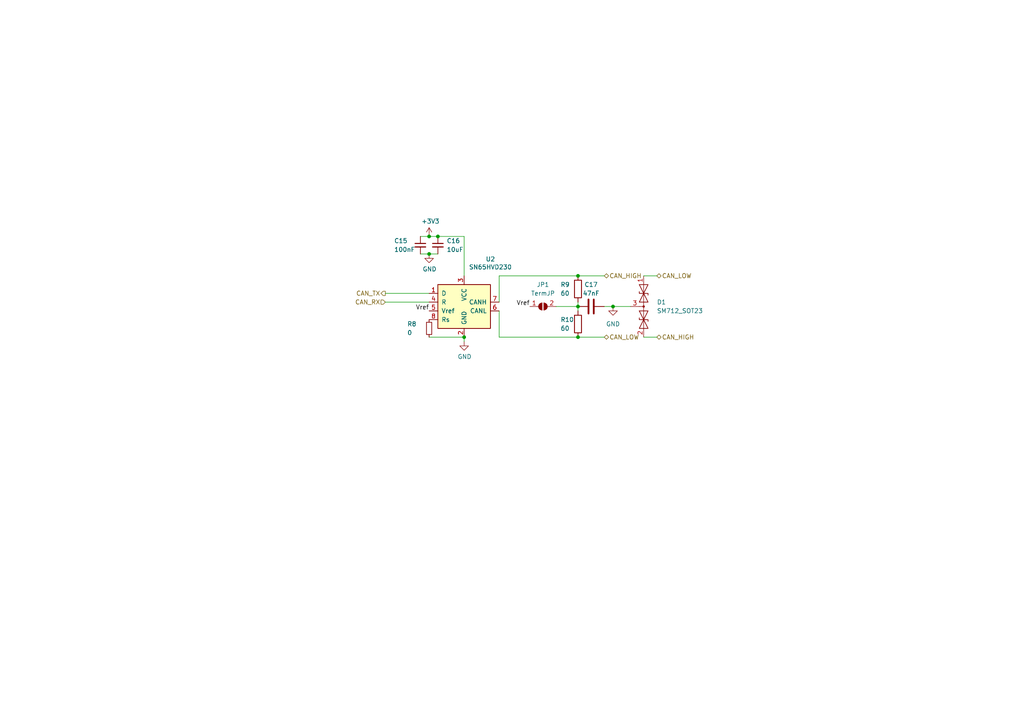
<source format=kicad_sch>
(kicad_sch (version 20250114) (generator "eeschema") (generator_version "9.0")
  (paper "A4")
  (lib_symbols
    (symbol "Device:C" (pin_numbers (hide yes)) (pin_names (offset 0.254))
      (property "Reference" "C" (at 0.635 2.54 0))
      (property "Value" "C" (at 0.635 -2.54 0))
      (symbol "C_0_1"
        (polyline (pts (xy -2.032 0.762) (xy 2.032 0.762)) (stroke (width 0.508)))
        (polyline (pts (xy -2.032 -0.762) (xy 2.032 -0.762)) (stroke (width 0.508)))
      )
      (symbol "C_1_1"
        (pin passive line (at 0 3.81 270) (length 2.794) (name "~") (number "1"))
        (pin passive line (at 0 -3.81 90) (length 2.794) (name "~") (number "2"))
      )
    )
    (symbol "Device:C_Small" (pin_numbers (hide yes)) (pin_names (offset 0.254) (hide yes))
      (property "Reference" "C" (at 0.254 1.778 0))
      (property "Value" "C_Small" (at 0.254 -2.032 0))
      (symbol "C_Small_0_1"
        (polyline (pts (xy -1.524 0.508) (xy 1.524 0.508)) (stroke (width 0.3048)))
        (polyline (pts (xy -1.524 -0.508) (xy 1.524 -0.508)) (stroke (width 0.3302)))
      )
      (symbol "C_Small_1_1"
        (pin passive line (at 0 2.54 270) (length 2.032) (name "~") (number "1"))
        (pin passive line (at 0 -2.54 90) (length 2.032) (name "~") (number "2"))
      )
    )
    (symbol "Device:R" (pin_numbers (hide yes)) (pin_names (offset 0))
      (property "Reference" "R" (at 2.032 0 90))
      (property "Value" "R" (at 0 0 90))
      (symbol "R_0_1"
        (rectangle (start -1.016 -2.54) (end 1.016 2.54) (stroke (width 0.254)))
      )
      (symbol "R_1_1"
        (pin passive line (at 0 3.81 270) (length 1.27) (name "~") (number "1"))
        (pin passive line (at 0 -3.81 90) (length 1.27) (name "~") (number "2"))
      )
    )
    (symbol "Device:R_Small" (pin_numbers (hide yes)) (pin_names (offset 0.254) (hide yes))
      (property "Reference" "R" (at 0.762 0.508 0))
      (property "Value" "R_Small" (at 0.762 -1.016 0))
      (symbol "R_Small_0_1"
        (rectangle (start -0.762 1.778) (end 0.762 -1.778) (stroke (width 0.2032)))
      )
      (symbol "R_Small_1_1"
        (pin passive line (at 0 2.54 270) (length 0.762) (name "~") (number "1"))
        (pin passive line (at 0 -2.54 90) (length 0.762) (name "~") (number "2"))
      )
    )
    (symbol "Diode:SM712_SOT23" (pin_names (offset 1.016) (hide yes))
      (property "Reference" "D" (at 0 4.445 0))
      (property "Value" "SM712_SOT23" (at 0 2.54 0))
      (symbol "SM712_SOT23_0_0"
        (polyline (pts (xy 0 -1.27) (xy 0 0)))
      )
      (symbol "SM712_SOT23_0_1"
        (polyline (pts (xy -6.35 0) (xy 6.35 0)))
        (polyline (pts (xy -6.35 -1.27) (xy -1.27 1.27) (xy -1.27 -1.27) (xy -6.35 1.27) (xy -6.35 -1.27)) (stroke (width 0.2032)))
        (polyline (pts (xy -3.302 1.27) (xy -3.81 1.27) (xy -3.81 -1.27) (xy -4.318 -1.27)) (stroke (width 0.2032)))
        (circle (center 0 0) (radius 0.254) (fill (type outline)))
        (polyline (pts (xy 1.27 -1.27) (xy 1.27 1.27) (xy 6.35 -1.27) (xy 6.35 1.27) (xy 1.27 -1.27)) (stroke (width 0.2032)))
        (polyline (pts (xy 4.318 1.27) (xy 3.81 1.27) (xy 3.81 -1.27) (xy 3.302 -1.27)) (stroke (width 0.2032)))
      )
      (symbol "SM712_SOT23_1_1"
        (pin passive line (at -8.89 0 0) (length 2.54) (name "A1") (number "1"))
        (pin input line (at 0 -3.81 90) (length 2.54) (name "common") (number "3"))
        (pin passive line (at 8.89 0 180) (length 2.54) (name "A2") (number "2"))
      )
    )
    (symbol "Interface_CAN_LIN:SN65HVD230" (pin_names (offset 1.016))
      (property "Reference" "U" (at -2.54 10.16 0))
      (property "Value" "SN65HVD230" (at -2.54 7.62 0))
      (symbol "SN65HVD230_0_1"
        (rectangle (start -7.62 5.08) (end 7.62 -7.62) (stroke (width 0.254)) (fill (type background)))
      )
      (symbol "SN65HVD230_1_1"
        (pin input line (at -10.16 2.54 0) (length 2.54) (name "D") (number "1"))
        (pin output line (at -10.16 0 0) (length 2.54) (name "R") (number "4"))
        (pin output line (at -10.16 -2.54 0) (length 2.54) (name "Vref") (number "5"))
        (pin input line (at -10.16 -5.08 0) (length 2.54) (name "Rs") (number "8"))
        (pin power_in line (at 0 7.62 270) (length 2.54) (name "VCC") (number "3"))
        (pin power_in line (at 0 -10.16 90) (length 2.54) (name "GND") (number "2"))
        (pin bidirectional line (at 10.16 0 180) (length 2.54) (name "CANH") (number "7"))
        (pin bidirectional line (at 10.16 -2.54 180) (length 2.54) (name "CANL") (number "6"))
      )
    )
    (symbol "Jumper:SolderJumper_2_Open" (pin_names (offset 0) (hide yes))
      (property "Reference" "JP" (at 0 2.032 0))
      (property "Value" "SolderJumper_2_Open" (at 0 -2.54 0))
      (symbol "SolderJumper_2_Open_0_1"
        (polyline (pts (xy -0.254 1.016) (xy -0.254 -1.016)))
        (arc (start -0.254 -1.016) (mid -1.2656 0) (end -0.254 1.016))
        (arc (start -0.254 -1.016) (mid -1.2656 0) (end -0.254 1.016) (fill (type outline)))
        (arc (start 0.254 1.016) (mid 1.2656 0) (end 0.254 -1.016))
        (arc (start 0.254 1.016) (mid 1.2656 0) (end 0.254 -1.016) (fill (type outline)))
        (polyline (pts (xy 0.254 1.016) (xy 0.254 -1.016)))
      )
      (symbol "SolderJumper_2_Open_1_1"
        (pin passive line (at -3.81 0 0) (length 2.54) (name "A") (number "1"))
        (pin passive line (at 3.81 0 180) (length 2.54) (name "B") (number "2"))
      )
    )
    (symbol "power:+3.3V" (power) (pin_names (offset 0))
      (property "Value" "+3.3V" (at 0 3.556 0))
      (symbol "+3.3V_0_1"
        (polyline (pts (xy -0.762 1.27) (xy 0 2.54)))
        (polyline (pts (xy 0 2.54) (xy 0.762 1.27)))
        (polyline (pts (xy 0 0) (xy 0 2.54)))
      )
      (symbol "+3.3V_1_1"
        (pin power_in line (at 0 0 90) (length 0) (hide yes) (name "+3V3") (number "1"))
      )
    )
    (symbol "power:GND" (power) (pin_names (offset 0))
      (property "Value" "GND" (at 0 -3.81 0))
      (symbol "GND_0_1"
        (polyline (pts (xy 0 0) (xy 0 -1.27) (xy 1.27 -1.27) (xy 0 -2.54) (xy -1.27 -1.27) (xy 0 -1.27)))
      )
      (symbol "GND_1_1"
        (pin power_in line (at 0 0 270) (length 0) (hide yes) (name "GND") (number "1"))
      )
    )
  )
  (junction (at 124.46 73.66))
  (junction (at 167.64 88.9))
  (junction (at 124.46 68.58))
  (junction (at 167.64 80.01))
  (junction (at 177.8 88.9))
  (junction (at 167.64 97.79))
  (junction (at 127 68.58))
  (junction (at 134.62 97.79))
  (wire (pts (xy 186.69 97.79) (xy 190.5 97.79)))
  (wire (pts (xy 134.62 68.58) (xy 134.62 80.01)))
  (wire (pts (xy 177.8 88.9) (xy 182.88 88.9)))
  (wire (pts (xy 121.92 73.66) (xy 124.46 73.66)))
  (wire (pts (xy 144.78 90.17) (xy 144.78 97.79)))
  (wire (pts (xy 124.46 68.58) (xy 127 68.58)))
  (wire (pts (xy 111.76 87.63) (xy 124.46 87.63)))
  (wire (pts (xy 167.64 97.79) (xy 175.26 97.79)))
  (wire (pts (xy 124.46 73.66) (xy 127 73.66)))
  (wire (pts (xy 167.64 88.9) (xy 167.64 90.17)))
  (wire (pts (xy 186.69 80.01) (xy 190.5 80.01)))
  (wire (pts (xy 111.76 85.09) (xy 124.46 85.09)))
  (wire (pts (xy 144.78 97.79) (xy 167.64 97.79)))
  (wire (pts (xy 167.64 87.63) (xy 167.64 88.9)))
  (wire (pts (xy 161.29 88.9) (xy 167.64 88.9)))
  (wire (pts (xy 124.46 97.79) (xy 134.62 97.79)))
  (wire (pts (xy 127 68.58) (xy 134.62 68.58)))
  (wire (pts (xy 121.92 68.58) (xy 124.46 68.58)))
  (wire (pts (xy 167.64 80.01) (xy 175.26 80.01)))
  (wire (pts (xy 134.62 99.06) (xy 134.62 97.79)))
  (wire (pts (xy 144.78 87.63) (xy 144.78 80.01)))
  (wire (pts (xy 177.8 88.9) (xy 175.26 88.9)))
  (wire (pts (xy 144.78 80.01) (xy 167.64 80.01)))
  (label "Vref" (at 124.46 90.17 180))
  (label "Vref" (at 153.67 88.9 180))
  (hierarchical_label "CAN_RX" (shape input) (at 111.76 87.63 180))
  (hierarchical_label "CAN_HIGH" (shape bidirectional) (at 175.26 80.01 0))
  (hierarchical_label "CAN_TX" (shape output) (at 111.76 85.09 180))
  (hierarchical_label "CAN_HIGH" (shape bidirectional) (at 190.5 97.79 0))
  (hierarchical_label "CAN_LOW" (shape bidirectional) (at 190.5 80.01 0))
  (hierarchical_label "CAN_LOW" (shape bidirectional) (at 175.26 97.79 0))
  (symbol (lib_id "power:GND") (at 134.62 99.06 0) (unit 1)
    (property "Reference" "#PWR026" (effects (hide yes)))
    (property "Value" "GND" (at 134.747 103.4542 0))
  )
  (symbol (lib_id "power:+3.3V") (at 124.46 68.58 0) (unit 1)
    (property "Reference" "#PWR024" (effects (hide yes)))
    (property "Value" "+3V3" (at 124.841 64.1858 0))
  )
  (symbol (lib_id "Interface_CAN_LIN:SN65HVD230") (at 134.62 87.63 0) (unit 1)
    (property "Reference" "U2" (at 142.24 75.1586 0))
    (property "Value" "SN65HVD230" (at 142.24 77.47 0))
    (property "Footprint" "Package_SO:SOIC-8_3.9x4.9mm_P1.27mm" (effects (hide yes)))
    (property "Datasheet" "http://www.ti.com/lit/ds/symlink/sn65hvd230.pdf" (effects (hide yes)))
  )
  (symbol (lib_id "Device:C_Small") (at 127 71.12 0) (unit 1)
    (property "Reference" "C16" (at 129.54 69.8562 0) (effects (justify left)))
    (property "Value" "10uF" (at 129.54 72.3962 0) (effects (justify left)))
    (property "Footprint" "Capacitor_SMD:C_0402_1005Metric" (effects (hide yes)))
  )
  (symbol (lib_id "Diode:SM712_SOT23") (at 186.69 88.9 270) (unit 1)
    (property "Reference" "D1" (at 190.5 87.63 90) (effects (justify left)))
    (property "Value" "SM712_SOT23" (at 190.5 90.17 90) (effects (justify left)))
    (property "Footprint" "Package_TO_SOT_SMD:SOT-23" (effects (hide yes)))
    (property "Datasheet" "https://www.littelfuse.com/~/media/electronics/datasheets/tvs_diode_arrays/littelfuse_tvs_diode_array_sm712_datasheet.pdf.pdf" (effects (hide yes)))
  )
  (symbol (lib_id "power:GND") (at 177.8 88.9 0) (unit 1)
    (property "Reference" "#PWR027" (effects (hide yes)))
    (property "Value" "GND" (at 177.8 93.98 0))
  )
  (symbol (lib_id "Device:C_Small") (at 121.92 71.12 0) (unit 1)
    (property "Reference" "C15" (at 114.3 69.85 0) (effects (justify left)))
    (property "Value" "100nF" (at 114.3 72.39 0) (effects (justify left)))
    (property "Footprint" "Capacitor_SMD:C_0402_1005Metric" (effects (hide yes)))
  )
  (symbol (lib_id "Device:R_Small") (at 124.46 95.25 0) (unit 1)
    (property "Reference" "R8" (at 118.11 93.98 0) (effects (justify left)))
    (property "Value" "0" (at 118.11 96.52 0) (effects (justify left)))
    (property "Footprint" "Resistor_SMD:R_0603_1608Metric" (effects (hide yes)))
  )
  (symbol (lib_id "Device:R") (at 167.64 93.98 0) (unit 1)
    (property "Reference" "R10" (at 162.56 92.71 0) (effects (justify left)))
    (property "Value" "60" (at 162.56 95.25 0) (effects (justify left)))
    (property "Footprint" "Resistor_SMD:R_0603_1608Metric" (effects (hide yes)))
  )
  (symbol (lib_id "Device:R") (at 167.64 83.82 0) (unit 1)
    (property "Reference" "R9" (at 162.56 82.55 0) (effects (justify left)))
    (property "Value" "60" (at 162.56 85.09 0) (effects (justify left)))
    (property "Footprint" "Resistor_SMD:R_0603_1608Metric" (effects (hide yes)))
  )
  (symbol (lib_id "Device:C") (at 171.45 88.9 90) (unit 1)
    (property "Reference" "C17" (at 171.45 82.55 90))
    (property "Value" "47nF" (at 171.45 85.09 90))
    (property "Footprint" "Capacitor_SMD:C_0402_1005Metric" (effects (hide yes)))
  )
  (symbol (lib_id "power:GND") (at 124.46 73.66 0) (unit 1)
    (property "Reference" "#PWR025" (effects (hide yes)))
    (property "Value" "GND" (at 124.587 78.0542 0))
  )
  (symbol (lib_id "Jumper:SolderJumper_2_Open") (at 157.48 88.9 0) (unit 1)
    (property "Reference" "JP1" (at 157.48 82.55 0))
    (property "Value" "TermJP" (at 157.48 85.09 0))
    (property "Footprint" "Jumper:SolderJumper-2_P1.3mm_Open_RoundedPad1.0x1.5mm" (effects (hide yes)))
  )
)
</source>
